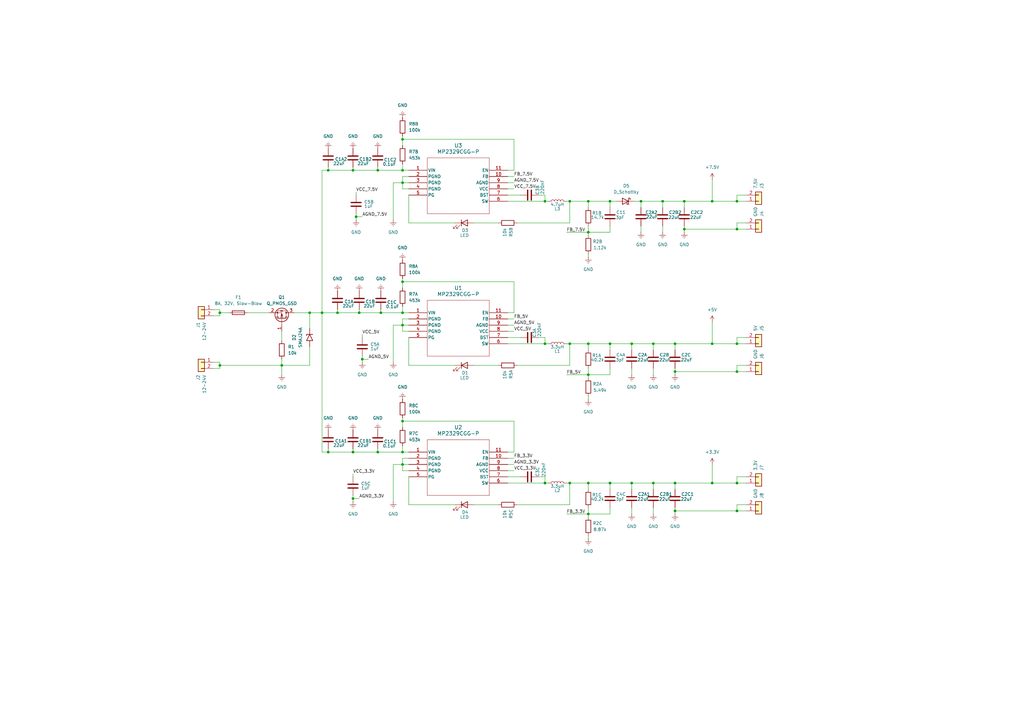
<source format=kicad_sch>
(kicad_sch (version 20250114) (generator "eeschema") (generator_version "9.0")
  (paper "A3")
  (lib_symbols
    (symbol "Connector_Generic:Conn_01x02" (pin_names (offset 1.016) (hide yes))
      (property "Reference" "J" (at 0 2.54 0))
      (property "Value" "Conn_01x02" (at 0 -5.08 0))
      (symbol "Conn_01x02_1_1"
        (rectangle (start -1.27 1.27) (end 1.27 -3.81) (stroke (width 0.254)) (fill (type background)))
        (rectangle (start -1.27 0.127) (end 0 -0.127) (stroke (width 0.1524)))
        (rectangle (start -1.27 -2.413) (end 0 -2.667) (stroke (width 0.1524)))
        (pin passive line (at -5.08 0 0) (length 3.81) (name "Pin_1") (number "1"))
        (pin passive line (at -5.08 -2.54 0) (length 3.81) (name "Pin_2") (number "2"))
      )
    )
    (symbol "Device:C" (pin_numbers (hide yes)) (pin_names (offset 0.254))
      (property "Reference" "C" (at 0.635 2.54 0))
      (property "Value" "C" (at 0.635 -2.54 0))
      (symbol "C_0_1"
        (polyline (pts (xy -2.032 0.762) (xy 2.032 0.762)) (stroke (width 0.508)))
        (polyline (pts (xy -2.032 -0.762) (xy 2.032 -0.762)) (stroke (width 0.508)))
      )
      (symbol "C_1_1"
        (pin passive line (at 0 3.81 270) (length 2.794) (name "~") (number "1"))
        (pin passive line (at 0 -3.81 90) (length 2.794) (name "~") (number "2"))
      )
    )
    (symbol "Device:D_Schottky" (pin_numbers (hide yes)) (pin_names (offset 1.016) (hide yes))
      (property "Reference" "D" (at 0 2.54 0))
      (property "Value" "D_Schottky" (at 0 -2.54 0))
      (symbol "D_Schottky_0_1"
        (polyline (pts (xy -1.905 0.635) (xy -1.905 1.27) (xy -1.27 1.27) (xy -1.27 -1.27) (xy -0.635 -1.27) (xy -0.635 -0.635)) (stroke (width 0.254)))
        (polyline (pts (xy 1.27 1.27) (xy 1.27 -1.27) (xy -1.27 0) (xy 1.27 1.27)) (stroke (width 0.254)))
        (polyline (pts (xy 1.27 0) (xy -1.27 0)))
      )
      (symbol "D_Schottky_1_1"
        (pin passive line (at -3.81 0 0) (length 2.54) (name "K") (number "1"))
        (pin passive line (at 3.81 0 180) (length 2.54) (name "A") (number "2"))
      )
    )
    (symbol "Device:Fuse" (pin_numbers (hide yes)) (pin_names (offset 0))
      (property "Reference" "F" (at 2.032 0 90))
      (property "Value" "Fuse" (at -1.905 0 90))
      (symbol "Fuse_0_1"
        (rectangle (start -0.762 -2.54) (end 0.762 2.54) (stroke (width 0.254)))
        (polyline (pts (xy 0 2.54) (xy 0 -2.54)))
      )
      (symbol "Fuse_1_1"
        (pin passive line (at 0 3.81 270) (length 1.27) (name "~") (number "1"))
        (pin passive line (at 0 -3.81 90) (length 1.27) (name "~") (number "2"))
      )
    )
    (symbol "Device:L" (pin_numbers (hide yes)) (pin_names (offset 1.016) (hide yes))
      (property "Reference" "L" (at -1.27 0 90))
      (property "Value" "L" (at 1.905 0 90))
      (symbol "L_0_1"
        (arc (start 0 2.54) (mid 0.6323 1.905) (end 0 1.27))
        (arc (start 0 1.27) (mid 0.6323 0.635) (end 0 0))
        (arc (start 0 0) (mid 0.6323 -0.635) (end 0 -1.27))
        (arc (start 0 -1.27) (mid 0.6323 -1.905) (end 0 -2.54))
      )
      (symbol "L_1_1"
        (pin passive line (at 0 3.81 270) (length 1.27) (name "1") (number "1"))
        (pin passive line (at 0 -3.81 90) (length 1.27) (name "2") (number "2"))
      )
    )
    (symbol "Device:LED" (pin_numbers (hide yes)) (pin_names (offset 1.016) (hide yes))
      (property "Reference" "D" (at 0 2.54 0))
      (property "Value" "LED" (at 0 -2.54 0))
      (symbol "LED_0_1"
        (polyline (pts (xy -3.048 -0.762) (xy -4.572 -2.286) (xy -3.81 -2.286) (xy -4.572 -2.286) (xy -4.572 -1.524)))
        (polyline (pts (xy -1.778 -0.762) (xy -3.302 -2.286) (xy -2.54 -2.286) (xy -3.302 -2.286) (xy -3.302 -1.524)))
        (polyline (pts (xy -1.27 0) (xy 1.27 0)))
        (polyline (pts (xy -1.27 -1.27) (xy -1.27 1.27)) (stroke (width 0.254)))
        (polyline (pts (xy 1.27 -1.27) (xy 1.27 1.27) (xy -1.27 0) (xy 1.27 -1.27)) (stroke (width 0.254)))
      )
      (symbol "LED_1_1"
        (pin passive line (at -3.81 0 0) (length 2.54) (name "K") (number "1"))
        (pin passive line (at 3.81 0 180) (length 2.54) (name "A") (number "2"))
      )
    )
    (symbol "Device:R" (pin_numbers (hide yes)) (pin_names (offset 0))
      (property "Reference" "R" (at 2.032 0 90))
      (property "Value" "R" (at 0 0 90))
      (symbol "R_0_1"
        (rectangle (start -1.016 -2.54) (end 1.016 2.54) (stroke (width 0.254)))
      )
      (symbol "R_1_1"
        (pin passive line (at 0 3.81 270) (length 1.27) (name "~") (number "1"))
        (pin passive line (at 0 -3.81 90) (length 1.27) (name "~") (number "2"))
      )
    )
    (symbol "Diode:SMAJ24A" (pin_numbers (hide yes)) (pin_names (offset 1.016) (hide yes))
      (property "Reference" "D" (at 0 2.54 0))
      (property "Value" "SMAJ24A" (at 0 -2.54 0))
      (symbol "SMAJ24A_0_1"
        (polyline (pts (xy -0.762 1.27) (xy -1.27 1.27) (xy -1.27 -1.27)) (stroke (width 0.254)))
        (polyline (pts (xy 1.27 1.27) (xy 1.27 -1.27) (xy -1.27 0) (xy 1.27 1.27)) (stroke (width 0.254)))
      )
      (symbol "SMAJ24A_1_1"
        (pin passive line (at -3.81 0 0) (length 2.54) (name "A1") (number "1"))
        (pin passive line (at 3.81 0 180) (length 2.54) (name "A2") (number "2"))
      )
    )
    (symbol "MP2329C:MP2329CGG-P" (pin_names (offset 0.254))
      (property "Reference" "U" (at 20.32 10.16 0))
      (property "Value" "MP2329CGG-P" (at 20.32 7.62 0))
      (symbol "MP2329CGG-P_0_1"
        (polyline (pts (xy 7.62 5.08) (xy 7.62 -17.78)) (stroke (width 0.127)))
        (polyline (pts (xy 7.62 -17.78) (xy 33.02 -17.78)) (stroke (width 0.127)))
        (polyline (pts (xy 33.02 5.08) (xy 7.62 5.08)) (stroke (width 0.127)))
        (polyline (pts (xy 33.02 -17.78) (xy 33.02 5.08)) (stroke (width 0.127)))
        (pin power_in line (at 0 0 0) (length 7.62) (name "VIN") (number "1"))
        (pin power_out line (at 0 -2.54 0) (length 7.62) (name "PGND") (number "2"))
        (pin power_out line (at 0 -5.08 0) (length 7.62) (name "PGND") (number "3"))
        (pin power_out line (at 0 -7.62 0) (length 7.62) (name "PGND") (number "4"))
        (pin output line (at 0 -10.16 0) (length 7.62) (name "PG") (number "5"))
        (pin unspecified line (at 40.64 0 180) (length 7.62) (name "EN") (number "11"))
        (pin unspecified line (at 40.64 -2.54 180) (length 7.62) (name "FB") (number "10"))
        (pin power_out line (at 40.64 -5.08 180) (length 7.62) (name "AGND") (number "9"))
        (pin output line (at 40.64 -7.62 180) (length 7.62) (name "VCC") (number "8"))
        (pin unspecified line (at 40.64 -10.16 180) (length 7.62) (name "BST") (number "7"))
        (pin output line (at 40.64 -12.7 180) (length 7.62) (name "SW") (number "6"))
      )
    )
    (symbol "Transistor_FET:Q_PMOS_GSD" (pin_names (offset 0) (hide yes))
      (property "Reference" "Q" (at 5.08 1.905 0))
      (property "Value" "Q_PMOS_GSD" (at 5.08 0 0))
      (symbol "Q_PMOS_GSD_0_1"
        (polyline (pts (xy 0.254 1.905) (xy 0.254 -1.905)) (stroke (width 0.254)))
        (polyline (pts (xy 0.254 0) (xy -2.54 0)))
        (polyline (pts (xy 0.762 2.286) (xy 0.762 1.27)) (stroke (width 0.254)))
        (polyline (pts (xy 0.762 1.778) (xy 3.302 1.778) (xy 3.302 -1.778) (xy 0.762 -1.778)))
        (polyline (pts (xy 0.762 0.508) (xy 0.762 -0.508)) (stroke (width 0.254)))
        (polyline (pts (xy 0.762 -1.27) (xy 0.762 -2.286)) (stroke (width 0.254)))
        (circle (center 1.651 0) (radius 2.794) (stroke (width 0.254)))
        (polyline (pts (xy 2.286 0) (xy 1.27 0.381) (xy 1.27 -0.381) (xy 2.286 0)) (fill (type outline)))
        (polyline (pts (xy 2.54 2.54) (xy 2.54 1.778)))
        (circle (center 2.54 1.778) (radius 0.254) (fill (type outline)))
        (circle (center 2.54 -1.778) (radius 0.254) (fill (type outline)))
        (polyline (pts (xy 2.54 -2.54) (xy 2.54 0) (xy 0.762 0)))
        (polyline (pts (xy 2.921 -0.381) (xy 3.683 -0.381)))
        (polyline (pts (xy 3.302 -0.381) (xy 2.921 0.254) (xy 3.683 0.254) (xy 3.302 -0.381)))
      )
      (symbol "Q_PMOS_GSD_1_1"
        (pin input line (at -5.08 0 0) (length 2.54) (name "G") (number "1"))
        (pin passive line (at 2.54 5.08 270) (length 2.54) (name "D") (number "3"))
        (pin passive line (at 2.54 -5.08 90) (length 2.54) (name "S") (number "2"))
      )
    )
    (symbol "power:+3.3V" (power) (pin_numbers (hide yes)) (pin_names (offset 0) (hide yes))
      (property "Value" "+3.3V" (at 0 3.556 0))
      (symbol "+3.3V_0_1"
        (polyline (pts (xy -0.762 1.27) (xy 0 2.54)))
        (polyline (pts (xy 0 2.54) (xy 0.762 1.27)))
        (polyline (pts (xy 0 0) (xy 0 2.54)))
      )
      (symbol "+3.3V_1_1"
        (pin power_in line (at 0 0 90) (length 0) (name "~") (number "1"))
      )
    )
    (symbol "power:+5V" (power) (pin_numbers (hide yes)) (pin_names (offset 0) (hide yes))
      (property "Value" "+5V" (at 0 3.556 0))
      (symbol "+5V_0_1"
        (polyline (pts (xy -0.762 1.27) (xy 0 2.54)))
        (polyline (pts (xy 0 2.54) (xy 0.762 1.27)))
        (polyline (pts (xy 0 0) (xy 0 2.54)))
      )
      (symbol "+5V_1_1"
        (pin power_in line (at 0 0 90) (length 0) (name "~") (number "1"))
      )
    )
    (symbol "power:+7.5V" (power) (pin_numbers (hide yes)) (pin_names (offset 0) (hide yes))
      (property "Value" "+7.5V" (at 0 3.556 0))
      (symbol "+7.5V_0_1"
        (polyline (pts (xy -0.762 1.27) (xy 0 2.54)))
        (polyline (pts (xy 0 2.54) (xy 0.762 1.27)))
        (polyline (pts (xy 0 0) (xy 0 2.54)))
      )
      (symbol "+7.5V_1_1"
        (pin power_in line (at 0 0 90) (length 0) (name "~") (number "1"))
      )
    )
    (symbol "power:GNDREF" (power) (pin_numbers (hide yes)) (pin_names (offset 0) (hide yes))
      (property "Value" "GNDREF" (at 0 -3.81 0))
      (symbol "GNDREF_0_1"
        (polyline (pts (xy -0.635 -1.905) (xy 0.635 -1.905)))
        (polyline (pts (xy -0.127 -2.54) (xy 0.127 -2.54)))
        (polyline (pts (xy 0 -1.27) (xy 0 0)))
        (polyline (pts (xy 1.27 -1.27) (xy -1.27 -1.27)))
      )
      (symbol "GNDREF_1_1"
        (pin power_in line (at 0 0 270) (length 0) (name "~") (number "1"))
      )
    )
  )
  (junction (at 90.17 149.86))
  (junction (at 233.68 140.97))
  (junction (at 259.08 140.97))
  (junction (at 276.86 209.55))
  (junction (at 146.05 88.9))
  (junction (at 115.57 149.86))
  (junction (at 241.3 82.55))
  (junction (at 259.08 198.12))
  (junction (at 267.97 140.97))
  (junction (at 165.1 57.15))
  (junction (at 223.52 140.97))
  (junction (at 165.1 190.5))
  (junction (at 250.19 198.12))
  (junction (at 233.68 82.55))
  (junction (at 165.1 74.93))
  (junction (at 138.43 128.27))
  (junction (at 165.1 128.27))
  (junction (at 292.1 82.55))
  (junction (at 147.32 128.27))
  (junction (at 302.26 209.55))
  (junction (at 165.1 133.35))
  (junction (at 276.86 198.12))
  (junction (at 302.26 198.12))
  (junction (at 302.26 140.97))
  (junction (at 292.1 198.12))
  (junction (at 271.78 82.55))
  (junction (at 292.1 140.97))
  (junction (at 241.3 153.67))
  (junction (at 250.19 140.97))
  (junction (at 90.17 128.27))
  (junction (at 165.1 172.72))
  (junction (at 302.26 82.55))
  (junction (at 132.08 128.27))
  (junction (at 223.52 198.12))
  (junction (at 134.62 185.42))
  (junction (at 280.67 82.55))
  (junction (at 302.26 93.98))
  (junction (at 165.1 69.85))
  (junction (at 154.94 69.85))
  (junction (at 241.3 210.82))
  (junction (at 148.59 147.32))
  (junction (at 154.94 185.42))
  (junction (at 127 128.27))
  (junction (at 233.68 198.12))
  (junction (at 241.3 95.25))
  (junction (at 276.86 152.4))
  (junction (at 134.62 69.85))
  (junction (at 262.89 82.55))
  (junction (at 280.67 93.98))
  (junction (at 144.78 204.47))
  (junction (at 302.26 152.4))
  (junction (at 165.1 185.42))
  (junction (at 241.3 198.12))
  (junction (at 144.78 185.42))
  (junction (at 165.1 115.57))
  (junction (at 223.52 82.55))
  (junction (at 144.78 69.85))
  (junction (at 156.21 128.27))
  (junction (at 241.3 140.97))
  (junction (at 276.86 140.97))
  (junction (at 250.19 82.55))
  (junction (at 267.97 198.12))
  (wire (pts (xy 144.78 184.15) (xy 144.78 185.42)))
  (wire (pts (xy 90.17 128.27) (xy 93.98 128.27)))
  (wire (pts (xy 250.19 140.97) (xy 259.08 140.97)))
  (wire (pts (xy 292.1 190.5) (xy 292.1 198.12)))
  (wire (pts (xy 276.86 209.55) (xy 302.26 209.55)))
  (wire (pts (xy 280.67 93.98) (xy 302.26 93.98)))
  (wire (pts (xy 223.52 82.55) (xy 224.79 82.55)))
  (wire (pts (xy 302.26 138.43) (xy 302.26 140.97)))
  (wire (pts (xy 292.1 82.55) (xy 280.67 82.55)))
  (wire (pts (xy 134.62 68.58) (xy 134.62 69.85)))
  (wire (pts (xy 262.89 82.55) (xy 262.89 85.09)))
  (wire (pts (xy 223.52 195.58) (xy 223.52 198.12)))
  (wire (pts (xy 223.52 138.43) (xy 223.52 140.97)))
  (wire (pts (xy 212.09 207.01) (xy 233.68 207.01)))
  (wire (pts (xy 259.08 140.97) (xy 267.97 140.97)))
  (wire (pts (xy 302.26 198.12) (xy 306.07 198.12)))
  (wire (pts (xy 154.94 68.58) (xy 154.94 69.85)))
  (wire (pts (xy 208.28 198.12) (xy 223.52 198.12)))
  (wire (pts (xy 250.19 82.55) (xy 252.73 82.55)))
  (wire (pts (xy 167.64 149.86) (xy 186.69 149.86)))
  (wire (pts (xy 276.86 209.55) (xy 276.86 210.82)))
  (wire (pts (xy 194.31 91.44) (xy 204.47 91.44)))
  (wire (pts (xy 156.21 128.27) (xy 165.1 128.27)))
  (wire (pts (xy 165.1 67.31) (xy 165.1 69.85)))
  (wire (pts (xy 194.31 149.86) (xy 204.47 149.86)))
  (wire (pts (xy 165.1 185.42) (xy 167.64 185.42)))
  (wire (pts (xy 146.05 78.74) (xy 146.05 80.01)))
  (wire (pts (xy 302.26 195.58) (xy 302.26 198.12)))
  (wire (pts (xy 167.64 91.44) (xy 186.69 91.44)))
  (wire (pts (xy 241.3 104.14) (xy 241.3 105.41)))
  (wire (pts (xy 165.1 135.89) (xy 165.1 133.35)))
  (wire (pts (xy 90.17 127) (xy 90.17 128.27)))
  (wire (pts (xy 276.86 140.97) (xy 276.86 143.51)))
  (wire (pts (xy 259.08 140.97) (xy 259.08 143.51)))
  (wire (pts (xy 120.65 128.27) (xy 127 128.27)))
  (wire (pts (xy 306.07 149.86) (xy 302.26 149.86)))
  (wire (pts (xy 90.17 128.27) (xy 90.17 129.54)))
  (wire (pts (xy 302.26 91.44) (xy 302.26 93.98)))
  (wire (pts (xy 115.57 149.86) (xy 115.57 153.67)))
  (wire (pts (xy 161.29 133.35) (xy 165.1 133.35)))
  (wire (pts (xy 154.94 69.85) (xy 165.1 69.85)))
  (wire (pts (xy 259.08 198.12) (xy 267.97 198.12)))
  (wire (pts (xy 241.3 219.71) (xy 241.3 220.98)))
  (wire (pts (xy 167.64 207.01) (xy 186.69 207.01)))
  (wire (pts (xy 306.07 91.44) (xy 302.26 91.44)))
  (wire (pts (xy 127 128.27) (xy 127 134.62)))
  (wire (pts (xy 267.97 198.12) (xy 267.97 200.66)))
  (wire (pts (xy 210.82 172.72) (xy 165.1 172.72)))
  (wire (pts (xy 208.28 128.27) (xy 210.82 128.27)))
  (wire (pts (xy 302.26 207.01) (xy 302.26 209.55)))
  (wire (pts (xy 241.3 140.97) (xy 250.19 140.97)))
  (wire (pts (xy 241.3 153.67) (xy 241.3 154.94)))
  (wire (pts (xy 267.97 151.13) (xy 267.97 153.67)))
  (wire (pts (xy 147.32 128.27) (xy 156.21 128.27)))
  (wire (pts (xy 87.63 127) (xy 90.17 127)))
  (wire (pts (xy 233.68 91.44) (xy 233.68 82.55)))
  (wire (pts (xy 232.41 140.97) (xy 233.68 140.97)))
  (wire (pts (xy 302.26 152.4) (xy 306.07 152.4)))
  (wire (pts (xy 241.3 198.12) (xy 241.3 200.66)))
  (wire (pts (xy 271.78 82.55) (xy 280.67 82.55)))
  (wire (pts (xy 146.05 88.9) (xy 146.05 90.17)))
  (wire (pts (xy 233.68 140.97) (xy 241.3 140.97)))
  (wire (pts (xy 165.1 172.72) (xy 165.1 175.26)))
  (wire (pts (xy 292.1 198.12) (xy 276.86 198.12)))
  (wire (pts (xy 259.08 151.13) (xy 259.08 153.67)))
  (wire (pts (xy 241.3 92.71) (xy 241.3 95.25)))
  (wire (pts (xy 232.41 198.12) (xy 233.68 198.12)))
  (wire (pts (xy 223.52 80.01) (xy 223.52 82.55)))
  (wire (pts (xy 276.86 200.66) (xy 276.86 198.12)))
  (wire (pts (xy 161.29 74.93) (xy 165.1 74.93)))
  (wire (pts (xy 267.97 208.28) (xy 267.97 210.82)))
  (wire (pts (xy 167.64 138.43) (xy 167.64 149.86)))
  (wire (pts (xy 241.3 82.55) (xy 241.3 85.09)))
  (wire (pts (xy 165.1 69.85) (xy 167.64 69.85)))
  (wire (pts (xy 208.28 138.43) (xy 213.36 138.43)))
  (wire (pts (xy 292.1 140.97) (xy 302.26 140.97)))
  (wire (pts (xy 241.3 208.28) (xy 241.3 210.82)))
  (wire (pts (xy 165.1 125.73) (xy 165.1 128.27)))
  (wire (pts (xy 302.26 80.01) (xy 302.26 82.55)))
  (wire (pts (xy 115.57 147.32) (xy 115.57 149.86)))
  (wire (pts (xy 167.64 135.89) (xy 165.1 135.89)))
  (wire (pts (xy 165.1 193.04) (xy 165.1 190.5)))
  (wire (pts (xy 208.28 74.93) (xy 210.82 74.93)))
  (wire (pts (xy 210.82 128.27) (xy 210.82 115.57)))
  (wire (pts (xy 306.07 207.01) (xy 302.26 207.01)))
  (wire (pts (xy 90.17 148.59) (xy 87.63 148.59)))
  (wire (pts (xy 144.78 204.47) (xy 147.32 204.47)))
  (wire (pts (xy 167.64 187.96) (xy 165.1 187.96)))
  (wire (pts (xy 292.1 132.08) (xy 292.1 140.97)))
  (wire (pts (xy 276.86 151.13) (xy 276.86 152.4)))
  (wire (pts (xy 232.41 95.25) (xy 241.3 95.25)))
  (wire (pts (xy 233.68 207.01) (xy 233.68 198.12)))
  (wire (pts (xy 167.64 193.04) (xy 165.1 193.04)))
  (wire (pts (xy 127 149.86) (xy 115.57 149.86)))
  (wire (pts (xy 267.97 198.12) (xy 276.86 198.12)))
  (wire (pts (xy 260.35 82.55) (xy 262.89 82.55)))
  (wire (pts (xy 208.28 140.97) (xy 223.52 140.97)))
  (wire (pts (xy 138.43 127) (xy 138.43 128.27)))
  (wire (pts (xy 250.19 198.12) (xy 259.08 198.12)))
  (wire (pts (xy 208.28 133.35) (xy 210.82 133.35)))
  (wire (pts (xy 220.98 138.43) (xy 223.52 138.43)))
  (wire (pts (xy 223.52 198.12) (xy 224.79 198.12)))
  (wire (pts (xy 220.98 80.01) (xy 223.52 80.01)))
  (wire (pts (xy 302.26 209.55) (xy 306.07 209.55)))
  (wire (pts (xy 232.41 153.67) (xy 241.3 153.67)))
  (wire (pts (xy 210.82 57.15) (xy 165.1 57.15)))
  (wire (pts (xy 165.1 115.57) (xy 165.1 118.11)))
  (wire (pts (xy 280.67 82.55) (xy 280.67 85.09)))
  (wire (pts (xy 241.3 210.82) (xy 241.3 212.09)))
  (wire (pts (xy 208.28 185.42) (xy 210.82 185.42)))
  (wire (pts (xy 132.08 128.27) (xy 138.43 128.27)))
  (wire (pts (xy 250.19 140.97) (xy 250.19 143.51)))
  (wire (pts (xy 250.19 151.13) (xy 250.19 153.67)))
  (wire (pts (xy 280.67 92.71) (xy 280.67 93.98)))
  (wire (pts (xy 241.3 198.12) (xy 250.19 198.12)))
  (wire (pts (xy 292.1 140.97) (xy 276.86 140.97)))
  (wire (pts (xy 134.62 185.42) (xy 144.78 185.42)))
  (wire (pts (xy 212.09 149.86) (xy 233.68 149.86)))
  (wire (pts (xy 302.26 93.98) (xy 306.07 93.98)))
  (wire (pts (xy 101.6 128.27) (xy 110.49 128.27)))
  (wire (pts (xy 210.82 77.47) (xy 208.28 77.47)))
  (wire (pts (xy 165.1 128.27) (xy 167.64 128.27)))
  (wire (pts (xy 292.1 198.12) (xy 302.26 198.12)))
  (wire (pts (xy 233.68 82.55) (xy 241.3 82.55)))
  (wire (pts (xy 241.3 140.97) (xy 241.3 143.51)))
  (wire (pts (xy 232.41 210.82) (xy 241.3 210.82)))
  (wire (pts (xy 165.1 130.81) (xy 165.1 133.35)))
  (wire (pts (xy 306.07 138.43) (xy 302.26 138.43)))
  (wire (pts (xy 302.26 82.55) (xy 306.07 82.55)))
  (wire (pts (xy 148.59 147.32) (xy 151.13 147.32)))
  (wire (pts (xy 144.78 204.47) (xy 144.78 205.74)))
  (wire (pts (xy 276.86 152.4) (xy 302.26 152.4)))
  (wire (pts (xy 161.29 133.35) (xy 161.29 148.59)))
  (wire (pts (xy 165.1 57.15) (xy 165.1 59.69)))
  (wire (pts (xy 165.1 171.45) (xy 165.1 172.72)))
  (wire (pts (xy 259.08 198.12) (xy 259.08 200.66)))
  (wire (pts (xy 194.31 207.01) (xy 204.47 207.01)))
  (wire (pts (xy 208.28 195.58) (xy 213.36 195.58)))
  (wire (pts (xy 90.17 151.13) (xy 90.17 149.86)))
  (wire (pts (xy 165.1 114.3) (xy 165.1 115.57)))
  (wire (pts (xy 144.78 68.58) (xy 144.78 69.85)))
  (wire (pts (xy 90.17 149.86) (xy 90.17 148.59)))
  (wire (pts (xy 208.28 190.5) (xy 210.82 190.5)))
  (wire (pts (xy 132.08 69.85) (xy 134.62 69.85)))
  (wire (pts (xy 167.64 195.58) (xy 167.64 207.01)))
  (wire (pts (xy 148.59 146.05) (xy 148.59 147.32)))
  (wire (pts (xy 292.1 73.66) (xy 292.1 82.55)))
  (wire (pts (xy 156.21 127) (xy 156.21 128.27)))
  (wire (pts (xy 241.3 162.56) (xy 241.3 163.83)))
  (wire (pts (xy 250.19 92.71) (xy 250.19 95.25)))
  (wire (pts (xy 165.1 190.5) (xy 167.64 190.5)))
  (wire (pts (xy 127 142.24) (xy 127 149.86)))
  (wire (pts (xy 208.28 69.85) (xy 210.82 69.85)))
  (wire (pts (xy 210.82 69.85) (xy 210.82 57.15)))
  (wire (pts (xy 144.78 194.31) (xy 144.78 195.58)))
  (wire (pts (xy 165.1 74.93) (xy 167.64 74.93)))
  (wire (pts (xy 306.07 80.01) (xy 302.26 80.01)))
  (wire (pts (xy 241.3 151.13) (xy 241.3 153.67)))
  (wire (pts (xy 302.26 149.86) (xy 302.26 152.4)))
  (wire (pts (xy 148.59 147.32) (xy 148.59 148.59)))
  (wire (pts (xy 138.43 128.27) (xy 147.32 128.27)))
  (wire (pts (xy 210.82 135.89) (xy 208.28 135.89)))
  (wire (pts (xy 210.82 185.42) (xy 210.82 172.72)))
  (wire (pts (xy 165.1 187.96) (xy 165.1 190.5)))
  (wire (pts (xy 223.52 140.97) (xy 224.79 140.97)))
  (wire (pts (xy 167.64 72.39) (xy 165.1 72.39)))
  (wire (pts (xy 127 128.27) (xy 132.08 128.27)))
  (wire (pts (xy 154.94 184.15) (xy 154.94 185.42)))
  (wire (pts (xy 267.97 140.97) (xy 276.86 140.97)))
  (wire (pts (xy 271.78 82.55) (xy 271.78 85.09)))
  (wire (pts (xy 276.86 152.4) (xy 276.86 153.67)))
  (wire (pts (xy 208.28 72.39) (xy 210.82 72.39)))
  (wire (pts (xy 233.68 149.86) (xy 233.68 140.97)))
  (wire (pts (xy 146.05 88.9) (xy 148.59 88.9)))
  (wire (pts (xy 167.64 130.81) (xy 165.1 130.81)))
  (wire (pts (xy 212.09 91.44) (xy 233.68 91.44)))
  (wire (pts (xy 250.19 208.28) (xy 250.19 210.82)))
  (wire (pts (xy 241.3 82.55) (xy 250.19 82.55)))
  (wire (pts (xy 134.62 185.42) (xy 132.08 185.42)))
  (wire (pts (xy 90.17 149.86) (xy 115.57 149.86)))
  (wire (pts (xy 262.89 82.55) (xy 271.78 82.55)))
  (wire (pts (xy 280.67 93.98) (xy 280.67 95.25)))
  (wire (pts (xy 302.26 140.97) (xy 306.07 140.97)))
  (wire (pts (xy 250.19 198.12) (xy 250.19 200.66)))
  (wire (pts (xy 154.94 185.42) (xy 165.1 185.42)))
  (wire (pts (xy 271.78 92.71) (xy 271.78 95.25)))
  (wire (pts (xy 147.32 127) (xy 147.32 128.27)))
  (wire (pts (xy 161.29 190.5) (xy 161.29 205.74)))
  (wire (pts (xy 144.78 203.2) (xy 144.78 204.47)))
  (wire (pts (xy 250.19 210.82) (xy 241.3 210.82)))
  (wire (pts (xy 250.19 153.67) (xy 241.3 153.67)))
  (wire (pts (xy 87.63 151.13) (xy 90.17 151.13)))
  (wire (pts (xy 132.08 185.42) (xy 132.08 128.27)))
  (wire (pts (xy 267.97 140.97) (xy 267.97 143.51)))
  (wire (pts (xy 167.64 77.47) (xy 165.1 77.47)))
  (wire (pts (xy 165.1 182.88) (xy 165.1 185.42)))
  (wire (pts (xy 208.28 187.96) (xy 210.82 187.96)))
  (wire (pts (xy 90.17 129.54) (xy 87.63 129.54)))
  (wire (pts (xy 165.1 55.88) (xy 165.1 57.15)))
  (wire (pts (xy 144.78 69.85) (xy 154.94 69.85)))
  (wire (pts (xy 208.28 80.01) (xy 213.36 80.01)))
  (wire (pts (xy 161.29 74.93) (xy 161.29 90.17)))
  (wire (pts (xy 148.59 137.16) (xy 148.59 138.43)))
  (wire (pts (xy 161.29 190.5) (xy 165.1 190.5)))
  (wire (pts (xy 210.82 115.57) (xy 165.1 115.57)))
  (wire (pts (xy 167.64 80.01) (xy 167.64 91.44)))
  (wire (pts (xy 210.82 193.04) (xy 208.28 193.04)))
  (wire (pts (xy 259.08 208.28) (xy 259.08 210.82)))
  (wire (pts (xy 250.19 82.55) (xy 250.19 85.09)))
  (wire (pts (xy 276.86 208.28) (xy 276.86 209.55)))
  (wire (pts (xy 208.28 130.81) (xy 210.82 130.81)))
  (wire (pts (xy 134.62 184.15) (xy 134.62 185.42)))
  (wire (pts (xy 232.41 82.55) (xy 233.68 82.55)))
  (wire (pts (xy 208.28 82.55) (xy 223.52 82.55)))
  (wire (pts (xy 262.89 92.71) (xy 262.89 95.25)))
  (wire (pts (xy 241.3 95.25) (xy 241.3 96.52)))
  (wire (pts (xy 165.1 77.47) (xy 165.1 74.93)))
  (wire (pts (xy 144.78 185.42) (xy 154.94 185.42)))
  (wire (pts (xy 146.05 87.63) (xy 146.05 88.9)))
  (wire (pts (xy 165.1 133.35) (xy 167.64 133.35)))
  (wire (pts (xy 134.62 69.85) (xy 144.78 69.85)))
  (wire (pts (xy 132.08 69.85) (xy 132.08 128.27)))
  (wire (pts (xy 115.57 135.89) (xy 115.57 139.7)))
  (wire (pts (xy 292.1 82.55) (xy 302.26 82.55)))
  (wire (pts (xy 220.98 195.58) (xy 223.52 195.58)))
  (wire (pts (xy 233.68 198.12) (xy 241.3 198.12)))
  (wire (pts (xy 306.07 195.58) (xy 302.26 195.58)))
  (wire (pts (xy 165.1 72.39) (xy 165.1 74.93)))
  (wire (pts (xy 250.19 95.25) (xy 241.3 95.25)))
  (label "AGND_7.5V" (at 210.82 74.93 0))
  (label "VCC_3.3V" (at 144.78 194.31 0))
  (label "AGND_3.3V" (at 210.82 190.5 0))
  (label "FB_5V" (at 210.82 130.81 0))
  (label "AGND_3.3V" (at 147.32 204.47 0))
  (label "FB_3.3V" (at 232.41 210.82 0))
  (label "VCC_7.5V" (at 146.05 78.74 0))
  (label "FB_5V" (at 232.41 153.67 0))
  (label "VCC_3.3V" (at 210.82 193.04 0))
  (label "FB_7.5V" (at 232.41 95.25 0))
  (label "AGND_7.5V" (at 148.59 88.9 0))
  (label "VCC_7.5V" (at 210.82 77.47 0))
  (label "AGND_5V" (at 151.13 147.32 0))
  (label "VCC_5V" (at 210.82 135.89 0))
  (label "VCC_5V" (at 148.59 137.16 0))
  (label "FB_7.5V" (at 210.82 72.39 0))
  (label "FB_3.3V" (at 210.82 187.96 0))
  (label "AGND_5V" (at 210.82 133.35 0))
  (symbol (lib_id "Connector_Generic:Conn_01x02") (at 311.15 152.4 0) (mirror x) (unit 1)
    (property "Reference" "J6" (at 312.4201 147.32 90) (effects (justify right)))
    (property "Value" "GND" (at 309.8801 147.32 90) (effects (justify right)))
    (property "Description" "Generic connector, single row, 01x02, script generated (kicad-library-utils/schlib/autogen/connector/)" (effects (hide yes)))
  )
  (symbol (lib_id "Connector_Generic:Conn_01x02") (at 311.15 198.12 0) (mirror x) (unit 1)
    (property "Reference" "J7" (at 312.4201 193.04 90) (effects (justify right)))
    (property "Value" "3.3V" (at 309.8801 193.04 90) (effects (justify right)))
    (property "Description" "Generic connector, single row, 01x02, script generated (kicad-library-utils/schlib/autogen/connector/)" (effects (hide yes)))
  )
  (symbol (lib_id "power:GNDREF") (at 148.59 148.59 0) (unit 1)
    (property "Reference" "#PWR037" (effects (hide yes)))
    (property "Value" "GND" (at 148.59 153.67 0))
    (property "Description" "Power symbol creates a global label with name \"GNDREF\" , reference supply ground" (effects (hide yes)))
  )
  (symbol (lib_id "power:GNDREF") (at 262.89 95.25 0) (unit 1)
    (property "Reference" "#PWR034" (effects (hide yes)))
    (property "Value" "GND" (at 262.89 100.33 0))
    (property "Description" "Power symbol creates a global label with name \"GNDREF\" , reference supply ground" (effects (hide yes)))
  )
  (symbol (lib_id "Device:LED") (at 190.5 91.44 0) (unit 1)
    (property "Reference" "D3" (at 190.754 94.488 0))
    (property "Value" "LED" (at 190.5 96.52 0))
    (property "Description" "Light emitting diode" (effects (hide yes)))
    (property "Sim.Pins" "1=K 2=A" (effects (hide yes)))
  )
  (symbol (lib_id "Device:C") (at 217.17 80.01 270) (unit 1)
    (property "Reference" "C3B" (at 220.472 75.946 0) (effects (justify left)))
    (property "Value" "220nF" (at 222.504 73.66 0) (effects (justify left)))
    (property "Description" "Unpolarized capacitor" (effects (hide yes)))
  )
  (symbol (lib_id "power:GNDREF") (at 115.57 153.67 0) (unit 1)
    (property "Reference" "#PWR04" (effects (hide yes)))
    (property "Value" "GND" (at 115.57 158.75 0))
    (property "Description" "Power symbol creates a global label with name \"GNDREF\" , reference supply ground" (effects (hide yes)))
  )
  (symbol (lib_id "Device:L") (at 228.6 82.55 270) (mirror x) (unit 1)
    (property "Reference" "L3" (at 228.6 85.598 90))
    (property "Value" "4.7uH" (at 228.6 83.82 90))
    (property "Description" "Inductor" (effects (hide yes)))
  )
  (symbol (lib_id "Connector_Generic:Conn_01x02") (at 82.55 148.59 0) (mirror y) (unit 1)
    (property "Reference" "J2" (at 81.2799 153.67 90) (effects (justify right)))
    (property "Value" "12-24V" (at 83.8199 153.67 90) (effects (justify right)))
    (property "Description" "Generic connector, single row, 01x02, script generated (kicad-library-utils/schlib/autogen/connector/)" (effects (hide yes)))
  )
  (symbol (lib_id "Device:C") (at 146.05 83.82 0) (unit 1)
    (property "Reference" "C5B" (at 149.352 82.804 0) (effects (justify left)))
    (property "Value" "1uF" (at 149.352 84.582 0) (effects (justify left)))
    (property "Description" "Unpolarized capacitor" (effects (hide yes)))
  )
  (symbol (lib_id "power:GNDREF") (at 165.1 163.83 180) (unit 1)
    (property "Reference" "#PWR021" (effects (hide yes)))
    (property "Value" "GND" (at 165.1 158.75 0))
    (property "Description" "Power symbol creates a global label with name \"GNDREF\" , reference supply ground" (effects (hide yes)))
  )
  (symbol (lib_id "Device:R") (at 208.28 91.44 270) (unit 1)
    (property "Reference" "R5B" (at 209.55 93.218 0) (effects (justify left)))
    (property "Value" "10k" (at 207.01 93.472 0) (effects (justify left)))
    (property "Description" "Resistor" (effects (hide yes)))
  )
  (symbol (lib_id "power:GNDREF") (at 144.78 176.53 0) (mirror x) (unit 1)
    (property "Reference" "#PWR017" (effects (hide yes)))
    (property "Value" "GND" (at 144.78 171.45 0))
    (property "Description" "Power symbol creates a global label with name \"GNDREF\" , reference supply ground" (effects (hide yes)))
  )
  (symbol (lib_id "power:+3.3V") (at 292.1 190.5 0) (unit 1)
    (property "Reference" "#PWR01" (effects (hide yes)))
    (property "Value" "+3.3V" (at 292.1 185.42 0))
    (property "Description" "Power symbol creates a global label with name \"+3.3V\"" (effects (hide yes)))
  )
  (symbol (lib_id "Device:Fuse") (at 97.79 128.27 270) (unit 1)
    (property "Reference" "F1" (at 97.79 121.92 90))
    (property "Value" "8A, 32V, Slow-Blow" (at 97.79 124.46 90))
    (property "Description" "Fuse" (effects (hide yes)))
  )
  (symbol (lib_id "power:GNDREF") (at 144.78 205.74 0) (unit 1)
    (property "Reference" "#PWR012" (effects (hide yes)))
    (property "Value" "GND" (at 144.78 210.82 0))
    (property "Description" "Power symbol creates a global label with name \"GNDREF\" , reference supply ground" (effects (hide yes)))
  )
  (symbol (lib_id "Device:R") (at 241.3 158.75 0) (unit 1)
    (property "Reference" "R2A" (at 243.078 157.48 0) (effects (justify left)))
    (property "Value" "5.49k" (at 243.332 160.02 0) (effects (justify left)))
    (property "Description" "Resistor" (effects (hide yes)))
  )
  (symbol (lib_id "Device:C") (at 134.62 180.34 0) (unit 1)
    (property "Reference" "C1A1" (at 137.414 180.848 0) (effects (justify left)))
    (property "Value" "22uF" (at 136.652 182.626 0) (effects (justify left)))
    (property "Description" "Unpolarized capacitor" (effects (hide yes)))
  )
  (symbol (lib_id "Device:C") (at 144.78 199.39 0) (unit 1)
    (property "Reference" "C5C" (at 148.082 198.374 0) (effects (justify left)))
    (property "Value" "1uF" (at 148.082 200.152 0) (effects (justify left)))
    (property "Description" "Unpolarized capacitor" (effects (hide yes)))
  )
  (symbol (lib_id "power:+5V") (at 292.1 132.08 0) (unit 1)
    (property "Reference" "#PWR09" (effects (hide yes)))
    (property "Value" "+5V" (at 292.1 127 0))
    (property "Description" "Power symbol creates a global label with name \"+5V\"" (effects (hide yes)))
  )
  (symbol (lib_id "Device:R") (at 241.3 88.9 0) (unit 1)
    (property "Reference" "R1B" (at 242.824 87.376 0) (effects (justify left)))
    (property "Value" "14.7k" (at 242.316 89.154 0) (effects (justify left)))
    (property "Description" "Resistor" (effects (hide yes)))
  )
  (symbol (lib_id "Device:R") (at 241.3 100.33 0) (unit 1)
    (property "Reference" "R2B" (at 243.078 99.06 0) (effects (justify left)))
    (property "Value" "1.12k" (at 243.332 101.6 0) (effects (justify left)))
    (property "Description" "Resistor" (effects (hide yes)))
  )
  (symbol (lib_id "Device:C") (at 144.78 180.34 0) (unit 1)
    (property "Reference" "C1B1" (at 147.32 180.848 0) (effects (justify left)))
    (property "Value" "22uF" (at 146.558 182.626 0) (effects (justify left)))
    (property "Description" "Unpolarized capacitor" (effects (hide yes)))
  )
  (symbol (lib_id "Connector_Generic:Conn_01x02") (at 311.15 82.55 0) (mirror x) (unit 1)
    (property "Reference" "J3" (at 312.4201 77.47 90) (effects (justify right)))
    (property "Value" "7.5V" (at 309.8801 77.47 90) (effects (justify right)))
    (property "Description" "Generic connector, single row, 01x02, script generated (kicad-library-utils/schlib/autogen/connector/)" (effects (hide yes)))
  )
  (symbol (lib_id "power:GNDREF") (at 161.29 90.17 0) (unit 1)
    (property "Reference" "#PWR028" (effects (hide yes)))
    (property "Value" "GND" (at 161.29 95.25 0))
    (property "Description" "Power symbol creates a global label with name \"GNDREF\" , reference supply ground" (effects (hide yes)))
  )
  (symbol (lib_id "Device:R") (at 165.1 121.92 0) (unit 1)
    (property "Reference" "R7A" (at 167.64 120.6499 0) (effects (justify left)))
    (property "Value" "453k" (at 167.64 123.1899 0) (effects (justify left)))
    (property "Description" "Resistor" (effects (hide yes)))
  )
  (symbol (lib_id "power:GNDREF") (at 154.94 60.96 0) (mirror x) (unit 1)
    (property "Reference" "#PWR029" (effects (hide yes)))
    (property "Value" "GND" (at 154.94 55.88 0))
    (property "Description" "Power symbol creates a global label with name \"GNDREF\" , reference supply ground" (effects (hide yes)))
  )
  (symbol (lib_id "power:GNDREF") (at 259.08 210.82 0) (unit 1)
    (property "Reference" "#PWR023" (effects (hide yes)))
    (property "Value" "GND" (at 259.08 215.9 0))
    (property "Description" "Power symbol creates a global label with name \"GNDREF\" , reference supply ground" (effects (hide yes)))
  )
  (symbol (lib_id "power:GNDREF") (at 165.1 106.68 180) (unit 1)
    (property "Reference" "#PWR010" (effects (hide yes)))
    (property "Value" "GND" (at 165.1 101.6 0))
    (property "Description" "Power symbol creates a global label with name \"GNDREF\" , reference supply ground" (effects (hide yes)))
  )
  (symbol (lib_id "Device:C") (at 148.59 142.24 0) (unit 1)
    (property "Reference" "C5A" (at 151.892 141.224 0) (effects (justify left)))
    (property "Value" "1uF" (at 151.892 143.002 0) (effects (justify left)))
    (property "Description" "Unpolarized capacitor" (effects (hide yes)))
  )
  (symbol (lib_id "Device:R") (at 165.1 110.49 0) (unit 1)
    (property "Reference" "R8A" (at 167.64 109.2199 0) (effects (justify left)))
    (property "Value" "100k" (at 167.64 111.7599 0) (effects (justify left)))
    (property "Description" "Resistor" (effects (hide yes)))
  )
  (symbol (lib_id "Connector_Generic:Conn_01x02") (at 311.15 140.97 0) (mirror x) (unit 1)
    (property "Reference" "J5" (at 312.4201 135.89 90) (effects (justify right)))
    (property "Value" "5V" (at 309.8801 135.89 90) (effects (justify right)))
    (property "Description" "Generic connector, single row, 01x02, script generated (kicad-library-utils/schlib/autogen/connector/)" (effects (hide yes)))
  )
  (symbol (lib_id "Device:C") (at 262.89 88.9 0) (unit 1)
    (property "Reference" "C2A2" (at 264.668 87.122 0) (effects (justify left)))
    (property "Value" "22uF" (at 264.922 88.9 0) (effects (justify left)))
    (property "Description" "Unpolarized capacitor" (effects (hide yes)))
  )
  (symbol (lib_id "Device:C") (at 267.97 147.32 0) (unit 1)
    (property "Reference" "C2B" (at 270.51 145.542 0) (effects (justify left)))
    (property "Value" "22uF" (at 270.256 147.574 0) (effects (justify left)))
    (property "Description" "Unpolarized capacitor" (effects (hide yes)))
  )
  (symbol (lib_id "Device:C") (at 154.94 64.77 0) (unit 1)
    (property "Reference" "C1C2" (at 157.48 65.532 0) (effects (justify left)))
    (property "Value" "0.1uF" (at 156.972 67.31 0) (effects (justify left)))
    (property "Description" "Unpolarized capacitor" (effects (hide yes)))
  )
  (symbol (lib_id "Device:C") (at 134.62 64.77 0) (unit 1)
    (property "Reference" "C1A2" (at 137.414 65.278 0) (effects (justify left)))
    (property "Value" "22uF" (at 136.652 67.056 0) (effects (justify left)))
    (property "Description" "Unpolarized capacitor" (effects (hide yes)))
  )
  (symbol (lib_id "Device:C") (at 271.78 88.9 0) (unit 1)
    (property "Reference" "C2B2" (at 274.32 87.122 0) (effects (justify left)))
    (property "Value" "22uF" (at 274.066 89.154 0) (effects (justify left)))
    (property "Description" "Unpolarized capacitor" (effects (hide yes)))
  )
  (symbol (lib_id "Transistor_FET:Q_PMOS_GSD") (at 115.57 130.81 270) (mirror x) (unit 1)
    (property "Reference" "Q1" (at 115.57 121.92 90))
    (property "Value" "Q_PMOS_GSD" (at 115.57 124.46 90))
    (property "Description" "P-MOSFET transistor, gate/source/drain" (effects (hide yes)))
  )
  (symbol (lib_id "power:GNDREF") (at 267.97 210.82 0) (unit 1)
    (property "Reference" "#PWR024" (effects (hide yes)))
    (property "Value" "GND" (at 267.97 215.9 0))
    (property "Description" "Power symbol creates a global label with name \"GNDREF\" , reference supply ground" (effects (hide yes)))
  )
  (symbol (lib_id "power:GNDREF") (at 271.78 95.25 0) (unit 1)
    (property "Reference" "#PWR035" (effects (hide yes)))
    (property "Value" "GND" (at 271.78 100.33 0))
    (property "Description" "Power symbol creates a global label with name \"GNDREF\" , reference supply ground" (effects (hide yes)))
  )
  (symbol (lib_id "power:GNDREF") (at 138.43 119.38 0) (mirror x) (unit 1)
    (property "Reference" "#PWR06" (effects (hide yes)))
    (property "Value" "GND" (at 138.43 114.3 0))
    (property "Description" "Power symbol creates a global label with name \"GNDREF\" , reference supply ground" (effects (hide yes)))
  )
  (symbol (lib_id "power:GNDREF") (at 161.29 148.59 0) (unit 1)
    (property "Reference" "#PWR05" (effects (hide yes)))
    (property "Value" "GND" (at 161.29 153.67 0))
    (property "Description" "Power symbol creates a global label with name \"GNDREF\" , reference supply ground" (effects (hide yes)))
  )
  (symbol (lib_id "Device:R") (at 241.3 215.9 0) (unit 1)
    (property "Reference" "R2C" (at 243.078 214.63 0) (effects (justify left)))
    (property "Value" "8.87k" (at 243.332 217.17 0) (effects (justify left)))
    (property "Description" "Resistor" (effects (hide yes)))
  )
  (symbol (lib_id "Device:C") (at 217.17 138.43 270) (unit 1)
    (property "Reference" "C3A" (at 219.202 134.62 0) (effects (justify left)))
    (property "Value" "220nF" (at 221.234 132.08 0) (effects (justify left)))
    (property "Description" "Unpolarized capacitor" (effects (hide yes)))
  )
  (symbol (lib_id "Device:C") (at 259.08 204.47 0) (unit 1)
    (property "Reference" "C2A1" (at 261.62 202.692 0) (effects (justify left)))
    (property "Value" "22uF" (at 261.366 204.724 0) (effects (justify left)))
    (property "Description" "Unpolarized capacitor" (effects (hide yes)))
  )
  (symbol (lib_id "Device:R") (at 241.3 204.47 0) (unit 1)
    (property "Reference" "R1C" (at 242.824 202.946 0) (effects (justify left)))
    (property "Value" "40.2k" (at 242.316 204.724 0) (effects (justify left)))
    (property "Description" "Resistor" (effects (hide yes)))
  )
  (symbol (lib_id "MP2329C:MP2329CGG-P") (at 167.64 69.85 0) (unit 1)
    (property "Reference" "U3" (at 187.96 59.69 0) (effects (font (size 1.524 1.524))))
    (property "Value" "MP2329CGG-P" (at 187.96 62.23 0) (effects (font (size 1.524 1.524))))
    (property "Footprint" "QFN-2x2_MP2329C_MNP" (effects (hide yes)))
    (property "Datasheet" "MP2329CGG-P" (effects (hide yes)))
  )
  (symbol (lib_id "Device:C") (at 156.21 123.19 0) (unit 1)
    (property "Reference" "C1C" (at 158.75 123.952 0) (effects (justify left)))
    (property "Value" "0.1uF" (at 158.242 125.73 0) (effects (justify left)))
    (property "Description" "Unpolarized capacitor" (effects (hide yes)))
  )
  (symbol (lib_id "power:GNDREF") (at 154.94 176.53 0) (mirror x) (unit 1)
    (property "Reference" "#PWR019" (effects (hide yes)))
    (property "Value" "GND" (at 154.94 171.45 0))
    (property "Description" "Power symbol creates a global label with name \"GNDREF\" , reference supply ground" (effects (hide yes)))
  )
  (symbol (lib_id "MP2329C:MP2329CGG-P") (at 167.64 128.27 0) (unit 1)
    (property "Reference" "U1" (at 187.96 118.11 0) (effects (font (size 1.524 1.524))))
    (property "Value" "MP2329CGG-P" (at 187.96 120.65 0) (effects (font (size 1.524 1.524))))
    (property "Footprint" "QFN-2x2_MP2329C_MNP" (effects (hide yes)))
    (property "Datasheet" "MP2329CGG-P" (effects (hide yes)))
  )
  (symbol (lib_id "Device:C") (at 276.86 204.47 0) (unit 1)
    (property "Reference" "C2C1" (at 279.4 202.692 0) (effects (justify left)))
    (property "Value" "22uF" (at 279.146 204.724 0) (effects (justify left)))
    (property "Description" "Unpolarized capacitor" (effects (hide yes)))
  )
  (symbol (lib_id "Device:C") (at 217.17 195.58 270) (unit 1)
    (property "Reference" "C3C" (at 220.472 191.516 0) (effects (justify left)))
    (property "Value" "220nF" (at 223.012 189.484 0) (effects (justify left)))
    (property "Description" "Unpolarized capacitor" (effects (hide yes)))
  )
  (symbol (lib_id "Device:C") (at 276.86 147.32 0) (unit 1)
    (property "Reference" "C2C" (at 279.4 145.542 0) (effects (justify left)))
    (property "Value" "22uF" (at 279.146 147.574 0) (effects (justify left)))
    (property "Description" "Unpolarized capacitor" (effects (hide yes)))
  )
  (symbol (lib_id "MP2329C:MP2329CGG-P") (at 167.64 185.42 0) (unit 1)
    (property "Reference" "U2" (at 187.96 175.26 0) (effects (font (size 1.524 1.524))))
    (property "Value" "MP2329CGG-P" (at 187.96 177.8 0) (effects (font (size 1.524 1.524))))
    (property "Footprint" "QFN-2x2_MP2329C_MNP" (effects (hide yes)))
    (property "Datasheet" "MP2329CGG-P" (effects (hide yes)))
  )
  (symbol (lib_id "Connector_Generic:Conn_01x02") (at 311.15 93.98 0) (mirror x) (unit 1)
    (property "Reference" "J4" (at 312.4201 88.9 90) (effects (justify right)))
    (property "Value" "GND" (at 309.8801 88.9 90) (effects (justify right)))
    (property "Description" "Generic connector, single row, 01x02, script generated (kicad-library-utils/schlib/autogen/connector/)" (effects (hide yes)))
  )
  (symbol (lib_id "Device:R") (at 208.28 207.01 270) (unit 1)
    (property "Reference" "R5C" (at 209.55 208.788 0) (effects (justify left)))
    (property "Value" "10k" (at 207.01 209.042 0) (effects (justify left)))
    (property "Description" "Resistor" (effects (hide yes)))
  )
  (symbol (lib_id "Device:R") (at 165.1 52.07 0) (unit 1)
    (property "Reference" "R8B" (at 167.64 50.7999 0) (effects (justify left)))
    (property "Value" "100k" (at 167.64 53.3399 0) (effects (justify left)))
    (property "Description" "Resistor" (effects (hide yes)))
  )
  (symbol (lib_id "Device:D_Schottky") (at 256.54 82.55 0) (mirror y) (unit 1)
    (property "Reference" "D5" (at 256.8575 76.2 0))
    (property "Value" "D_Schottky" (at 256.8575 78.74 0))
    (property "Description" "Schottky diode" (effects (hide yes)))
  )
  (symbol (lib_id "power:GNDREF") (at 267.97 153.67 0) (unit 1)
    (property "Reference" "#PWR014" (effects (hide yes)))
    (property "Value" "GND" (at 267.97 158.75 0))
    (property "Description" "Power symbol creates a global label with name \"GNDREF\" , reference supply ground" (effects (hide yes)))
  )
  (symbol (lib_id "Device:C") (at 154.94 180.34 0) (unit 1)
    (property "Reference" "C1C1" (at 157.48 181.102 0) (effects (justify left)))
    (property "Value" "0.1uF" (at 156.972 182.88 0) (effects (justify left)))
    (property "Description" "Unpolarized capacitor" (effects (hide yes)))
  )
  (symbol (lib_id "Device:R") (at 115.57 143.51 0) (unit 1)
    (property "Reference" "R1" (at 118.11 142.2399 0) (effects (justify left)))
    (property "Value" "10k" (at 118.11 144.7799 0) (effects (justify left)))
    (property "Description" "Resistor" (effects (hide yes)))
  )
  (symbol (lib_id "Device:C") (at 250.19 147.32 0) (unit 1)
    (property "Reference" "C4A" (at 252.73 145.542 0) (effects (justify left)))
    (property "Value" "3pF" (at 252.476 147.574 0) (effects (justify left)))
    (property "Description" "Unpolarized capacitor" (effects (hide yes)))
  )
  (symbol (lib_id "Diode:SMAJ24A") (at 127 138.43 90) (mirror x) (unit 1)
    (property "Reference" "D2" (at 120.65 138.43 0))
    (property "Value" "SMAJ24A" (at 123.19 138.43 0))
    (property "Footprint" "Diode_SMD:D_SMA" (effects (hide yes)))
    (property "Datasheet" "https://www.littelfuse.com/media?resourcetype=datasheets&itemid=75e32973-b177-4ee3-a0ff-cedaf1abdb93&filename=smaj-datasheet" (effects (hide yes)))
    (property "Description" "400W unidirectional Transient Voltage Suppressor, 24.0Vr, SMA(DO-214AC)" (effects (hide yes)))
  )
  (symbol (lib_id "Device:R") (at 165.1 179.07 0) (unit 1)
    (property "Reference" "R7C" (at 167.64 177.7999 0) (effects (justify left)))
    (property "Value" "453k" (at 167.64 180.3399 0) (effects (justify left)))
    (property "Description" "Resistor" (effects (hide yes)))
  )
  (symbol (lib_id "Device:R") (at 165.1 167.64 0) (unit 1)
    (property "Reference" "R8C" (at 167.64 166.3699 0) (effects (justify left)))
    (property "Value" "100k" (at 167.64 168.9099 0) (effects (justify left)))
    (property "Description" "Resistor" (effects (hide yes)))
  )
  (symbol (lib_id "power:GNDREF") (at 161.29 205.74 0) (unit 1)
    (property "Reference" "#PWR018" (effects (hide yes)))
    (property "Value" "GND" (at 161.29 210.82 0))
    (property "Description" "Power symbol creates a global label with name \"GNDREF\" , reference supply ground" (effects (hide yes)))
  )
  (symbol (lib_id "Device:R") (at 165.1 63.5 0) (unit 1)
    (property "Reference" "R7B" (at 167.64 62.2299 0) (effects (justify left)))
    (property "Value" "453k" (at 167.64 64.7699 0) (effects (justify left)))
    (property "Description" "Resistor" (effects (hide yes)))
  )
  (symbol (lib_id "Device:C") (at 144.78 64.77 0) (unit 1)
    (property "Reference" "C1B2" (at 147.32 65.278 0) (effects (justify left)))
    (property "Value" "22uF" (at 146.558 67.056 0) (effects (justify left)))
    (property "Description" "Unpolarized capacitor" (effects (hide yes)))
  )
  (symbol (lib_id "power:GNDREF") (at 134.62 60.96 0) (mirror x) (unit 1)
    (property "Reference" "#PWR026" (effects (hide yes)))
    (property "Value" "GND" (at 134.62 55.88 0))
    (property "Description" "Power symbol creates a global label with name \"GNDREF\" , reference supply ground" (effects (hide yes)))
  )
  (symbol (lib_id "power:GNDREF") (at 259.08 153.67 0) (unit 1)
    (property "Reference" "#PWR013" (effects (hide yes)))
    (property "Value" "GND" (at 259.08 158.75 0))
    (property "Description" "Power symbol creates a global label with name \"GNDREF\" , reference supply ground" (effects (hide yes)))
  )
  (symbol (lib_id "power:GNDREF") (at 156.21 119.38 0) (mirror x) (unit 1)
    (property "Reference" "#PWR08" (effects (hide yes)))
    (property "Value" "GND" (at 156.21 114.3 0))
    (property "Description" "Power symbol creates a global label with name \"GNDREF\" , reference supply ground" (effects (hide yes)))
  )
  (symbol (lib_id "Device:C") (at 147.32 123.19 0) (unit 1)
    (property "Reference" "C1B" (at 149.86 123.698 0) (effects (justify left)))
    (property "Value" "22uF" (at 149.098 125.476 0) (effects (justify left)))
    (property "Description" "Unpolarized capacitor" (effects (hide yes)))
  )
  (symbol (lib_id "Device:R") (at 208.28 149.86 270) (unit 1)
    (property "Reference" "R5A" (at 209.55 151.638 0) (effects (justify left)))
    (property "Value" "10k" (at 207.01 151.892 0) (effects (justify left)))
    (property "Description" "Resistor" (effects (hide yes)))
  )
  (symbol (lib_id "power:GNDREF") (at 241.3 220.98 0) (unit 1)
    (property "Reference" "#PWR020" (effects (hide yes)))
    (property "Value" "GND" (at 241.3 226.06 0))
    (property "Description" "Power symbol creates a global label with name \"GNDREF\" , reference supply ground" (effects (hide yes)))
  )
  (symbol (lib_id "Device:L") (at 228.6 140.97 270) (mirror x) (unit 1)
    (property "Reference" "L1" (at 228.6 144.018 90))
    (property "Value" "3.3uH" (at 228.6 142.24 90))
    (property "Description" "Inductor" (effects (hide yes)))
  )
  (symbol (lib_id "power:GNDREF") (at 144.78 60.96 0) (mirror x) (unit 1)
    (property "Reference" "#PWR027" (effects (hide yes)))
    (property "Value" "GND" (at 144.78 55.88 0))
    (property "Description" "Power symbol creates a global label with name \"GNDREF\" , reference supply ground" (effects (hide yes)))
  )
  (symbol (lib_id "power:GNDREF") (at 147.32 119.38 0) (mirror x) (unit 1)
    (property "Reference" "#PWR07" (effects (hide yes)))
    (property "Value" "GND" (at 147.32 114.3 0))
    (property "Description" "Power symbol creates a global label with name \"GNDREF\" , reference supply ground" (effects (hide yes)))
  )
  (symbol (lib_id "Device:C") (at 250.19 204.47 0) (unit 1)
    (property "Reference" "C4C" (at 252.73 202.692 0) (effects (justify left)))
    (property "Value" "3pF" (at 252.476 204.724 0) (effects (justify left)))
    (property "Description" "Unpolarized capacitor" (effects (hide yes)))
  )
  (symbol (lib_id "power:GNDREF") (at 165.1 48.26 180) (unit 1)
    (property "Reference" "#PWR031" (effects (hide yes)))
    (property "Value" "GND" (at 165.1 43.18 0))
    (property "Description" "Power symbol creates a global label with name \"GNDREF\" , reference supply ground" (effects (hide yes)))
  )
  (symbol (lib_id "Device:L") (at 228.6 198.12 270) (mirror x) (unit 1)
    (property "Reference" "L2" (at 228.6 201.168 90))
    (property "Value" "3.3uH" (at 228.6 199.39 90))
    (property "Description" "Inductor" (effects (hide yes)))
  )
  (symbol (lib_id "power:GNDREF") (at 241.3 163.83 0) (unit 1)
    (property "Reference" "#PWR011" (effects (hide yes)))
    (property "Value" "GND" (at 241.3 168.91 0))
    (property "Description" "Power symbol creates a global label with name \"GNDREF\" , reference supply ground" (effects (hide yes)))
  )
  (symbol (lib_id "Connector_Generic:Conn_01x02") (at 311.15 209.55 0) (mirror x) (unit 1)
    (property "Reference" "J8" (at 312.4201 204.47 90) (effects (justify right)))
    (property "Value" "GND" (at 309.8801 204.47 90) (effects (justify right)))
    (property "Description" "Generic connector, single row, 01x02, script generated (kicad-library-utils/schlib/autogen/connector/)" (effects (hide yes)))
  )
  (symbol (lib_id "Device:LED") (at 190.5 149.86 0) (unit 1)
    (property "Reference" "D1" (at 190.754 152.908 0))
    (property "Value" "LED" (at 190.5 154.94 0))
    (property "Description" "Light emitting diode" (effects (hide yes)))
    (property "Sim.Pins" "1=K 2=A" (effects (hide yes)))
  )
  (symbol (lib_id "Device:C") (at 267.97 204.47 0) (unit 1)
    (property "Reference" "C2B1" (at 270.51 202.692 0) (effects (justify left)))
    (property "Value" "22uF" (at 270.256 204.724 0) (effects (justify left)))
    (property "Description" "Unpolarized capacitor" (effects (hide yes)))
  )
  (symbol (lib_id "Device:LED") (at 190.5 207.01 0) (unit 1)
    (property "Reference" "D4" (at 190.754 210.058 0))
    (property "Value" "LED" (at 190.5 212.09 0))
    (property "Description" "Light emitting diode" (effects (hide yes)))
    (property "Sim.Pins" "1=K 2=A" (effects (hide yes)))
  )
  (symbol (lib_id "Connector_Generic:Conn_01x02") (at 82.55 127 0) (mirror y) (unit 1)
    (property "Reference" "J1" (at 81.2799 132.08 90) (effects (justify right)))
    (property "Value" "12-24V" (at 83.8199 132.08 90) (effects (justify right)))
    (property "Description" "Generic connector, single row, 01x02, script generated (kicad-library-utils/schlib/autogen/connector/)" (effects (hide yes)))
  )
  (symbol (lib_id "Device:C") (at 138.43 123.19 0) (unit 1)
    (property "Reference" "C1A" (at 141.224 123.698 0) (effects (justify left)))
    (property "Value" "22uF" (at 140.462 125.476 0) (effects (justify left)))
    (property "Description" "Unpolarized capacitor" (effects (hide yes)))
  )
  (symbol (lib_id "power:+7.5V") (at 292.1 73.66 0) (unit 1)
    (property "Reference" "#PWR032" (effects (hide yes)))
    (property "Value" "+7.5V" (at 292.1 68.58 0))
    (property "Description" "Power symbol creates a global label with name \"+7.5V\"" (effects (hide yes)))
  )
  (symbol (lib_id "power:GNDREF") (at 276.86 153.67 0) (unit 1)
    (property "Reference" "#PWR015" (effects (hide yes)))
    (property "Value" "GND" (at 276.86 158.75 0))
    (property "Description" "Power symbol creates a global label with name \"GNDREF\" , reference supply ground" (effects (hide yes)))
  )
  (symbol (lib_id "Device:R") (at 241.3 147.32 0) (unit 1)
    (property "Reference" "R1A" (at 242.824 145.796 0) (effects (justify left)))
    (property "Value" "40.2k" (at 242.316 147.574 0) (effects (justify left)))
    (property "Description" "Resistor" (effects (hide yes)))
  )
  (symbol (lib_id "power:GNDREF") (at 134.62 176.53 0) (mirror x) (unit 1)
    (property "Reference" "#PWR016" (effects (hide yes)))
    (property "Value" "GND" (at 134.62 171.45 0))
    (property "Description" "Power symbol creates a global label with name \"GNDREF\" , reference supply ground" (effects (hide yes)))
  )
  (symbol (lib_id "power:GNDREF") (at 280.67 95.25 0) (unit 1)
    (property "Reference" "#PWR036" (effects (hide yes)))
    (property "Value" "GND" (at 280.67 100.33 0))
    (property "Description" "Power symbol creates a global label with name \"GNDREF\" , reference supply ground" (effects (hide yes)))
  )
  (symbol (lib_id "Device:C") (at 259.08 147.32 0) (unit 1)
    (property "Reference" "C2A" (at 261.62 145.542 0) (effects (justify left)))
    (property "Value" "22uF" (at 261.366 147.574 0) (effects (justify left)))
    (property "Description" "Unpolarized capacitor" (effects (hide yes)))
  )
  (symbol (lib_id "power:GNDREF") (at 276.86 210.82 0) (unit 1)
    (property "Reference" "#PWR025" (effects (hide yes)))
    (property "Value" "GND" (at 276.86 215.9 0))
    (property "Description" "Power symbol creates a global label with name \"GNDREF\" , reference supply ground" (effects (hide yes)))
  )
  (symbol (lib_id "power:GNDREF") (at 146.05 90.17 0) (unit 1)
    (property "Reference" "#PWR030" (effects (hide yes)))
    (property "Value" "GND" (at 146.05 95.25 0))
    (property "Description" "Power symbol creates a global label with name \"GNDREF\" , reference supply ground" (effects (hide yes)))
  )
  (symbol (lib_id "Device:C") (at 250.19 88.9 0) (unit 1)
    (property "Reference" "C11" (at 252.73 87.122 0) (effects (justify left)))
    (property "Value" "3pF" (at 252.476 89.154 0) (effects (justify left)))
    (property "Description" "Unpolarized capacitor" (effects (hide yes)))
  )
  (symbol (lib_id "Device:C") (at 280.67 88.9 0) (unit 1)
    (property "Reference" "C2C2" (at 283.21 87.122 0) (effects (justify left)))
    (property "Value" "22uF" (at 282.956 89.154 0) (effects (justify left)))
    (property "Description" "Unpolarized capacitor" (effects (hide yes)))
  )
  (symbol (lib_id "power:GNDREF") (at 241.3 105.41 0) (unit 1)
    (property "Reference" "#PWR033" (effects (hide yes)))
    (property "Value" "GND" (at 241.3 110.49 0))
    (property "Description" "Power symbol creates a global label with name \"GNDREF\" , reference supply ground" (effects (hide yes)))
  )
)
</source>
